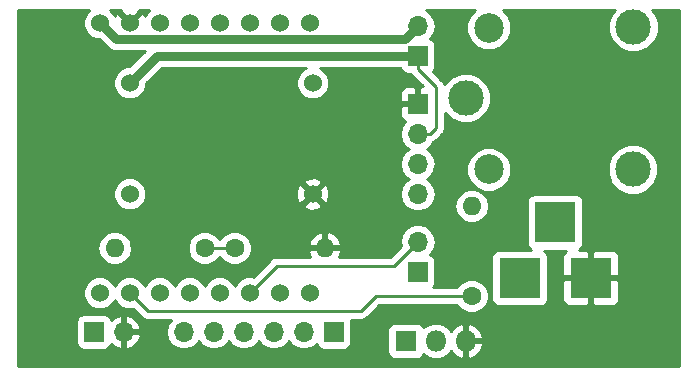
<source format=gbl>
G04 #@! TF.GenerationSoftware,KiCad,Pcbnew,6.0.0-rc1-unknown-r14177-12567c75*
G04 #@! TF.CreationDate,2018-10-23T17:48:22+02:00*
G04 #@! TF.ProjectId,pcbRadon,7063625261646F6E2E6B696361645F70,rev?*
G04 #@! TF.SameCoordinates,Original*
G04 #@! TF.FileFunction,Copper,L2,Bot,Signal*
G04 #@! TF.FilePolarity,Positive*
%FSLAX46Y46*%
G04 Gerber Fmt 4.6, Leading zero omitted, Abs format (unit mm)*
G04 Created by KiCad (PCBNEW 6.0.0-rc1-unknown-r14177-12567c75) date Tue 23 Oct 2018 17:48:22 CEST*
%MOMM*%
%LPD*%
G01*
G04 APERTURE LIST*
G04 #@! TA.AperFunction,ComponentPad*
%ADD10C,1.524000*%
G04 #@! TD*
G04 #@! TA.AperFunction,ComponentPad*
%ADD11R,1.700000X1.700000*%
G04 #@! TD*
G04 #@! TA.AperFunction,ComponentPad*
%ADD12O,1.700000X1.700000*%
G04 #@! TD*
G04 #@! TA.AperFunction,ComponentPad*
%ADD13R,3.500000X3.500000*%
G04 #@! TD*
G04 #@! TA.AperFunction,ComponentPad*
%ADD14C,2.500000*%
G04 #@! TD*
G04 #@! TA.AperFunction,ComponentPad*
%ADD15C,3.000000*%
G04 #@! TD*
G04 #@! TA.AperFunction,ComponentPad*
%ADD16R,1.800000X1.800000*%
G04 #@! TD*
G04 #@! TA.AperFunction,ComponentPad*
%ADD17O,1.800000X1.800000*%
G04 #@! TD*
G04 #@! TA.AperFunction,ComponentPad*
%ADD18C,1.600000*%
G04 #@! TD*
G04 #@! TA.AperFunction,ComponentPad*
%ADD19O,1.600000X1.600000*%
G04 #@! TD*
G04 #@! TA.AperFunction,Conductor*
%ADD20C,0.762000*%
G04 #@! TD*
G04 #@! TA.AperFunction,Conductor*
%ADD21C,0.250000*%
G04 #@! TD*
G04 #@! TA.AperFunction,Conductor*
%ADD22C,0.254000*%
G04 #@! TD*
G04 APERTURE END LIST*
D10*
G04 #@! TO.P,U1,7*
G04 #@! TO.N,Net-(U1-Pad7)*
X134620000Y-107950000D03*
G04 #@! TO.P,U1,6*
G04 #@! TO.N,Net-(R1-Pad1)*
X137160000Y-107950000D03*
G04 #@! TO.P,U1,5*
G04 #@! TO.N,Net-(J3-Pad6)*
X139700000Y-107950000D03*
G04 #@! TO.P,U1,4*
G04 #@! TO.N,Net-(R2-Pad1)*
X142240000Y-107950000D03*
G04 #@! TO.P,U1,3*
G04 #@! TO.N,Net-(J3-Pad5)*
X144780000Y-107950000D03*
G04 #@! TO.P,U1,2*
G04 #@! TO.N,Net-(JP1-Pad2)*
X147320000Y-107950000D03*
G04 #@! TO.P,U1,1*
G04 #@! TO.N,Net-(J3-Pad2)*
X149860000Y-107950000D03*
G04 #@! TO.P,U1,0*
G04 #@! TO.N,Net-(JP1-Pad1)*
X152400000Y-107950000D03*
G04 #@! TO.P,U1,15*
G04 #@! TO.N,Net-(U1-Pad15)*
X152400000Y-85090000D03*
G04 #@! TO.P,U1,14*
G04 #@! TO.N,Net-(U1-Pad14)*
X149860000Y-85090000D03*
G04 #@! TO.P,U1,13*
G04 #@! TO.N,Net-(J4-Pad3)*
X147320000Y-85090000D03*
G04 #@! TO.P,U1,12*
G04 #@! TO.N,Net-(J4-Pad4)*
X144780000Y-85090000D03*
G04 #@! TO.P,U1,11*
G04 #@! TO.N,Net-(J3-Pad3)*
X142240000Y-85090000D03*
G04 #@! TO.P,U1,10*
G04 #@! TO.N,Net-(J3-Pad4)*
X139700000Y-85090000D03*
G04 #@! TO.P,U1,9*
G04 #@! TO.N,GND*
X137160000Y-85090000D03*
G04 #@! TO.P,U1,8*
G04 #@! TO.N,Net-(JP2-Pad2)*
X134620000Y-85090000D03*
G04 #@! TD*
D11*
G04 #@! TO.P,J1,1*
G04 #@! TO.N,Net-(J1-Pad1)*
X134112000Y-111252000D03*
D12*
G04 #@! TO.P,J1,2*
G04 #@! TO.N,GND*
X136652000Y-111252000D03*
G04 #@! TD*
D13*
G04 #@! TO.P,J2,1*
G04 #@! TO.N,VDD*
X170180000Y-106680000D03*
G04 #@! TO.P,J2,2*
G04 #@! TO.N,GND*
X176180000Y-106680000D03*
G04 #@! TO.P,J2,3*
G04 #@! TO.N,Net-(J2-Pad3)*
X173180000Y-101980000D03*
G04 #@! TD*
D11*
G04 #@! TO.P,J3,1*
G04 #@! TO.N,Net-(J3-Pad1)*
X154432000Y-111252000D03*
D12*
G04 #@! TO.P,J3,2*
G04 #@! TO.N,Net-(J3-Pad2)*
X151892000Y-111252000D03*
G04 #@! TO.P,J3,3*
G04 #@! TO.N,Net-(J3-Pad3)*
X149352000Y-111252000D03*
G04 #@! TO.P,J3,4*
G04 #@! TO.N,Net-(J3-Pad4)*
X146812000Y-111252000D03*
G04 #@! TO.P,J3,5*
G04 #@! TO.N,Net-(J3-Pad5)*
X144272000Y-111252000D03*
G04 #@! TO.P,J3,6*
G04 #@! TO.N,Net-(J3-Pad6)*
X141732000Y-111252000D03*
G04 #@! TD*
D11*
G04 #@! TO.P,J4,1*
G04 #@! TO.N,GND*
X161544000Y-91948000D03*
D12*
G04 #@! TO.P,J4,2*
G04 #@! TO.N,VCC*
X161544000Y-94488000D03*
G04 #@! TO.P,J4,3*
G04 #@! TO.N,Net-(J4-Pad3)*
X161544000Y-97028000D03*
G04 #@! TO.P,J4,4*
G04 #@! TO.N,Net-(J4-Pad4)*
X161544000Y-99568000D03*
G04 #@! TD*
D11*
G04 #@! TO.P,JP1,1*
G04 #@! TO.N,Net-(JP1-Pad1)*
X161544000Y-106172000D03*
D12*
G04 #@! TO.P,JP1,2*
G04 #@! TO.N,Net-(JP1-Pad2)*
X161544000Y-103632000D03*
G04 #@! TD*
D11*
G04 #@! TO.P,JP2,1*
G04 #@! TO.N,VCC*
X161544000Y-87884000D03*
D12*
G04 #@! TO.P,JP2,2*
G04 #@! TO.N,Net-(JP2-Pad2)*
X161544000Y-85344000D03*
G04 #@! TD*
D14*
G04 #@! TO.P,K1,2*
G04 #@! TO.N,Net-(K1-Pad2)*
X167558000Y-97490000D03*
D15*
G04 #@! TO.P,K1,3*
G04 #@! TO.N,Net-(J1-Pad1)*
X179758000Y-97490000D03*
G04 #@! TO.P,K1,4*
G04 #@! TO.N,Net-(K1-Pad4)*
X179808000Y-85440000D03*
D14*
G04 #@! TO.P,K1,5*
G04 #@! TO.N,VCC*
X167558000Y-85490000D03*
D15*
G04 #@! TO.P,K1,1*
G04 #@! TO.N,VDD*
X165608000Y-91440000D03*
G04 #@! TD*
D16*
G04 #@! TO.P,Q1,1*
G04 #@! TO.N,Net-(Q1-Pad1)*
X160528000Y-112014000D03*
D17*
G04 #@! TO.P,Q1,2*
G04 #@! TO.N,Net-(K1-Pad2)*
X163068000Y-112014000D03*
G04 #@! TO.P,Q1,3*
G04 #@! TO.N,GND*
X165608000Y-112014000D03*
G04 #@! TD*
D18*
G04 #@! TO.P,R1,1*
G04 #@! TO.N,Net-(R1-Pad1)*
X166116000Y-108204000D03*
D19*
G04 #@! TO.P,R1,2*
G04 #@! TO.N,Net-(Q1-Pad1)*
X166116000Y-100584000D03*
G04 #@! TD*
D18*
G04 #@! TO.P,R2,1*
G04 #@! TO.N,Net-(R2-Pad1)*
X143510000Y-104140000D03*
D19*
G04 #@! TO.P,R2,2*
G04 #@! TO.N,Net-(J3-Pad1)*
X135890000Y-104140000D03*
G04 #@! TD*
D18*
G04 #@! TO.P,R3,1*
G04 #@! TO.N,Net-(R2-Pad1)*
X146050000Y-104140000D03*
D19*
G04 #@! TO.P,R3,2*
G04 #@! TO.N,GND*
X153670000Y-104140000D03*
G04 #@! TD*
D10*
G04 #@! TO.P,U2,1*
G04 #@! TO.N,VCC*
X137160000Y-90170000D03*
G04 #@! TO.P,U2,3*
G04 #@! TO.N,VDD*
X152654000Y-90170000D03*
G04 #@! TO.P,U2,2*
G04 #@! TO.N,Net-(U2-Pad2)*
X137160000Y-99570000D03*
G04 #@! TO.P,U2,4*
G04 #@! TO.N,GND*
X152654000Y-99570000D03*
G04 #@! TD*
D20*
G04 #@! TO.N,VCC*
X139446000Y-87884000D02*
X137160000Y-90170000D01*
X161544000Y-87884000D02*
X139446000Y-87884000D01*
D21*
X161544000Y-94488000D02*
X162560000Y-94488000D01*
X162560000Y-94488000D02*
X163068000Y-93980000D01*
X161544000Y-88984000D02*
X161544000Y-87884000D01*
X163068000Y-90508000D02*
X161544000Y-88984000D01*
X163068000Y-93980000D02*
X163068000Y-90508000D01*
G04 #@! TO.N,Net-(JP1-Pad2)*
X147320000Y-107950000D02*
X149606000Y-105664000D01*
X159512000Y-105664000D02*
X161544000Y-103632000D01*
X149606000Y-105664000D02*
X159512000Y-105664000D01*
D20*
G04 #@! TO.N,Net-(JP2-Pad2)*
X135381999Y-85851999D02*
X134620000Y-85090000D01*
X135963001Y-86433001D02*
X135381999Y-85851999D01*
X160454999Y-86433001D02*
X135963001Y-86433001D01*
X161544000Y-85344000D02*
X160454999Y-86433001D01*
D21*
G04 #@! TO.N,Net-(R1-Pad1)*
X138684000Y-109474000D02*
X156718000Y-109474000D01*
X137160000Y-107950000D02*
X138684000Y-109474000D01*
X156718000Y-109474000D02*
X157988000Y-108204000D01*
X157988000Y-108204000D02*
X166116000Y-108204000D01*
G04 #@! TO.N,Net-(R2-Pad1)*
X144641370Y-104140000D02*
X146050000Y-104140000D01*
X143510000Y-104140000D02*
X144641370Y-104140000D01*
G04 #@! TD*
D22*
G04 #@! TO.N,GND*
G36*
X133435680Y-84298663D02*
X133223000Y-84812119D01*
X133223000Y-85367881D01*
X133435680Y-85881337D01*
X133828663Y-86274320D01*
X134342119Y-86487000D01*
X134580159Y-86487000D01*
X134734334Y-86641175D01*
X134734337Y-86641177D01*
X135173821Y-87080661D01*
X135230506Y-87165496D01*
X135566578Y-87390052D01*
X135862936Y-87449001D01*
X135862937Y-87449001D01*
X135963001Y-87468905D01*
X136063064Y-87449001D01*
X138444159Y-87449001D01*
X137120160Y-88773000D01*
X136882119Y-88773000D01*
X136368663Y-88985680D01*
X135975680Y-89378663D01*
X135763000Y-89892119D01*
X135763000Y-90447881D01*
X135975680Y-90961337D01*
X136368663Y-91354320D01*
X136882119Y-91567000D01*
X137437881Y-91567000D01*
X137951337Y-91354320D01*
X138344320Y-90961337D01*
X138557000Y-90447881D01*
X138557000Y-90209840D01*
X139866840Y-88900000D01*
X152069513Y-88900000D01*
X151862663Y-88985680D01*
X151469680Y-89378663D01*
X151257000Y-89892119D01*
X151257000Y-90447881D01*
X151469680Y-90961337D01*
X151862663Y-91354320D01*
X152376119Y-91567000D01*
X152931881Y-91567000D01*
X153445337Y-91354320D01*
X153827967Y-90971690D01*
X160059000Y-90971690D01*
X160059000Y-91662250D01*
X160217750Y-91821000D01*
X161417000Y-91821000D01*
X161417000Y-90621750D01*
X161258250Y-90463000D01*
X160567691Y-90463000D01*
X160334302Y-90559673D01*
X160155673Y-90738301D01*
X160059000Y-90971690D01*
X153827967Y-90971690D01*
X153838320Y-90961337D01*
X154051000Y-90447881D01*
X154051000Y-89892119D01*
X153838320Y-89378663D01*
X153445337Y-88985680D01*
X153238487Y-88900000D01*
X160079579Y-88900000D01*
X160095843Y-88981765D01*
X160236191Y-89191809D01*
X160446235Y-89332157D01*
X160694000Y-89381440D01*
X160895518Y-89381440D01*
X160996071Y-89531929D01*
X161059530Y-89574331D01*
X161948198Y-90463000D01*
X161829750Y-90463000D01*
X161671000Y-90621750D01*
X161671000Y-91821000D01*
X161691000Y-91821000D01*
X161691000Y-92075000D01*
X161671000Y-92075000D01*
X161671000Y-92095000D01*
X161417000Y-92095000D01*
X161417000Y-92075000D01*
X160217750Y-92075000D01*
X160059000Y-92233750D01*
X160059000Y-92924310D01*
X160155673Y-93157699D01*
X160334302Y-93336327D01*
X160495033Y-93402904D01*
X160473375Y-93417375D01*
X160145161Y-93908582D01*
X160029908Y-94488000D01*
X160145161Y-95067418D01*
X160473375Y-95558625D01*
X160771761Y-95758000D01*
X160473375Y-95957375D01*
X160145161Y-96448582D01*
X160029908Y-97028000D01*
X160145161Y-97607418D01*
X160473375Y-98098625D01*
X160771761Y-98298000D01*
X160473375Y-98497375D01*
X160145161Y-98988582D01*
X160029908Y-99568000D01*
X160145161Y-100147418D01*
X160473375Y-100638625D01*
X160964582Y-100966839D01*
X161397744Y-101053000D01*
X161690256Y-101053000D01*
X162123418Y-100966839D01*
X162614625Y-100638625D01*
X162651124Y-100584000D01*
X164652887Y-100584000D01*
X164764260Y-101143909D01*
X165081423Y-101618577D01*
X165556091Y-101935740D01*
X165974667Y-102019000D01*
X166257333Y-102019000D01*
X166675909Y-101935740D01*
X167150577Y-101618577D01*
X167467740Y-101143909D01*
X167579113Y-100584000D01*
X167467740Y-100024091D01*
X167150577Y-99549423D01*
X166675909Y-99232260D01*
X166257333Y-99149000D01*
X165974667Y-99149000D01*
X165556091Y-99232260D01*
X165081423Y-99549423D01*
X164764260Y-100024091D01*
X164652887Y-100584000D01*
X162651124Y-100584000D01*
X162942839Y-100147418D01*
X163058092Y-99568000D01*
X162942839Y-98988582D01*
X162614625Y-98497375D01*
X162316239Y-98298000D01*
X162614625Y-98098625D01*
X162942839Y-97607418D01*
X163040776Y-97115050D01*
X165673000Y-97115050D01*
X165673000Y-97864950D01*
X165959974Y-98557767D01*
X166490233Y-99088026D01*
X167183050Y-99375000D01*
X167932950Y-99375000D01*
X168625767Y-99088026D01*
X169156026Y-98557767D01*
X169443000Y-97864950D01*
X169443000Y-97115050D01*
X169422403Y-97065322D01*
X177623000Y-97065322D01*
X177623000Y-97914678D01*
X177948034Y-98699380D01*
X178548620Y-99299966D01*
X179333322Y-99625000D01*
X180182678Y-99625000D01*
X180967380Y-99299966D01*
X181567966Y-98699380D01*
X181893000Y-97914678D01*
X181893000Y-97065322D01*
X181567966Y-96280620D01*
X180967380Y-95680034D01*
X180182678Y-95355000D01*
X179333322Y-95355000D01*
X178548620Y-95680034D01*
X177948034Y-96280620D01*
X177623000Y-97065322D01*
X169422403Y-97065322D01*
X169156026Y-96422233D01*
X168625767Y-95891974D01*
X167932950Y-95605000D01*
X167183050Y-95605000D01*
X166490233Y-95891974D01*
X165959974Y-96422233D01*
X165673000Y-97115050D01*
X163040776Y-97115050D01*
X163058092Y-97028000D01*
X162942839Y-96448582D01*
X162614625Y-95957375D01*
X162316239Y-95758000D01*
X162614625Y-95558625D01*
X162850892Y-95205027D01*
X162856537Y-95203904D01*
X163107929Y-95035929D01*
X163150330Y-94972471D01*
X163552475Y-94570327D01*
X163615929Y-94527929D01*
X163658327Y-94464476D01*
X163658329Y-94464474D01*
X163783903Y-94276538D01*
X163783904Y-94276537D01*
X163828000Y-94054852D01*
X163828000Y-94054848D01*
X163842888Y-93980001D01*
X163828000Y-93905154D01*
X163828000Y-92679346D01*
X164398620Y-93249966D01*
X165183322Y-93575000D01*
X166032678Y-93575000D01*
X166817380Y-93249966D01*
X167417966Y-92649380D01*
X167743000Y-91864678D01*
X167743000Y-91015322D01*
X167417966Y-90230620D01*
X166817380Y-89630034D01*
X166032678Y-89305000D01*
X165183322Y-89305000D01*
X164398620Y-89630034D01*
X163798034Y-90230620D01*
X163791062Y-90247451D01*
X163783904Y-90211463D01*
X163742102Y-90148902D01*
X163658329Y-90023526D01*
X163658327Y-90023524D01*
X163615929Y-89960071D01*
X163552476Y-89917673D01*
X162836704Y-89201902D01*
X162851809Y-89191809D01*
X162992157Y-88981765D01*
X163041440Y-88734000D01*
X163041440Y-87034000D01*
X162992157Y-86786235D01*
X162851809Y-86576191D01*
X162641765Y-86435843D01*
X162596381Y-86426816D01*
X162614625Y-86414625D01*
X162942839Y-85923418D01*
X163058092Y-85344000D01*
X162942839Y-84764582D01*
X162614625Y-84273375D01*
X162238416Y-84022000D01*
X166360207Y-84022000D01*
X165959974Y-84422233D01*
X165673000Y-85115050D01*
X165673000Y-85864950D01*
X165959974Y-86557767D01*
X166490233Y-87088026D01*
X167183050Y-87375000D01*
X167932950Y-87375000D01*
X168625767Y-87088026D01*
X169156026Y-86557767D01*
X169443000Y-85864950D01*
X169443000Y-85115050D01*
X169156026Y-84422233D01*
X168755793Y-84022000D01*
X178206654Y-84022000D01*
X177998034Y-84230620D01*
X177673000Y-85015322D01*
X177673000Y-85864678D01*
X177998034Y-86649380D01*
X178598620Y-87249966D01*
X179383322Y-87575000D01*
X180232678Y-87575000D01*
X181017380Y-87249966D01*
X181617966Y-86649380D01*
X181943000Y-85864678D01*
X181943000Y-85015322D01*
X181617966Y-84230620D01*
X181409346Y-84022000D01*
X183694001Y-84022000D01*
X183694000Y-114098000D01*
X127710000Y-114098000D01*
X127710000Y-110402000D01*
X132614560Y-110402000D01*
X132614560Y-112102000D01*
X132663843Y-112349765D01*
X132804191Y-112559809D01*
X133014235Y-112700157D01*
X133262000Y-112749440D01*
X134962000Y-112749440D01*
X135209765Y-112700157D01*
X135419809Y-112559809D01*
X135560157Y-112349765D01*
X135580739Y-112246292D01*
X135885076Y-112523645D01*
X136295110Y-112693476D01*
X136525000Y-112572155D01*
X136525000Y-111379000D01*
X136779000Y-111379000D01*
X136779000Y-112572155D01*
X137008890Y-112693476D01*
X137418924Y-112523645D01*
X137847183Y-112133358D01*
X138093486Y-111608892D01*
X137972819Y-111379000D01*
X136779000Y-111379000D01*
X136525000Y-111379000D01*
X136505000Y-111379000D01*
X136505000Y-111125000D01*
X136525000Y-111125000D01*
X136525000Y-109931845D01*
X136779000Y-109931845D01*
X136779000Y-111125000D01*
X137972819Y-111125000D01*
X138093486Y-110895108D01*
X137847183Y-110370642D01*
X137418924Y-109980355D01*
X137008890Y-109810524D01*
X136779000Y-109931845D01*
X136525000Y-109931845D01*
X136295110Y-109810524D01*
X135885076Y-109980355D01*
X135580739Y-110257708D01*
X135560157Y-110154235D01*
X135419809Y-109944191D01*
X135209765Y-109803843D01*
X134962000Y-109754560D01*
X133262000Y-109754560D01*
X133014235Y-109803843D01*
X132804191Y-109944191D01*
X132663843Y-110154235D01*
X132614560Y-110402000D01*
X127710000Y-110402000D01*
X127710000Y-107672119D01*
X133223000Y-107672119D01*
X133223000Y-108227881D01*
X133435680Y-108741337D01*
X133828663Y-109134320D01*
X134342119Y-109347000D01*
X134897881Y-109347000D01*
X135411337Y-109134320D01*
X135804320Y-108741337D01*
X135890000Y-108534487D01*
X135975680Y-108741337D01*
X136368663Y-109134320D01*
X136882119Y-109347000D01*
X137437881Y-109347000D01*
X137469218Y-109334020D01*
X138093673Y-109958476D01*
X138136071Y-110021929D01*
X138199524Y-110064327D01*
X138199526Y-110064329D01*
X138324902Y-110148102D01*
X138387463Y-110189904D01*
X138609148Y-110234000D01*
X138609152Y-110234000D01*
X138683999Y-110248888D01*
X138758846Y-110234000D01*
X140626212Y-110234000D01*
X140333161Y-110672582D01*
X140217908Y-111252000D01*
X140333161Y-111831418D01*
X140661375Y-112322625D01*
X141152582Y-112650839D01*
X141585744Y-112737000D01*
X141878256Y-112737000D01*
X142311418Y-112650839D01*
X142802625Y-112322625D01*
X143002000Y-112024239D01*
X143201375Y-112322625D01*
X143692582Y-112650839D01*
X144125744Y-112737000D01*
X144418256Y-112737000D01*
X144851418Y-112650839D01*
X145342625Y-112322625D01*
X145542000Y-112024239D01*
X145741375Y-112322625D01*
X146232582Y-112650839D01*
X146665744Y-112737000D01*
X146958256Y-112737000D01*
X147391418Y-112650839D01*
X147882625Y-112322625D01*
X148082000Y-112024239D01*
X148281375Y-112322625D01*
X148772582Y-112650839D01*
X149205744Y-112737000D01*
X149498256Y-112737000D01*
X149931418Y-112650839D01*
X150422625Y-112322625D01*
X150622000Y-112024239D01*
X150821375Y-112322625D01*
X151312582Y-112650839D01*
X151745744Y-112737000D01*
X152038256Y-112737000D01*
X152471418Y-112650839D01*
X152962625Y-112322625D01*
X152974816Y-112304381D01*
X152983843Y-112349765D01*
X153124191Y-112559809D01*
X153334235Y-112700157D01*
X153582000Y-112749440D01*
X155282000Y-112749440D01*
X155529765Y-112700157D01*
X155739809Y-112559809D01*
X155880157Y-112349765D01*
X155929440Y-112102000D01*
X155929440Y-111114000D01*
X158980560Y-111114000D01*
X158980560Y-112914000D01*
X159029843Y-113161765D01*
X159170191Y-113371809D01*
X159380235Y-113512157D01*
X159628000Y-113561440D01*
X161428000Y-113561440D01*
X161675765Y-113512157D01*
X161885809Y-113371809D01*
X162025129Y-113163304D01*
X162469073Y-113459938D01*
X162916818Y-113549000D01*
X163219182Y-113549000D01*
X163666927Y-113459938D01*
X164174673Y-113120673D01*
X164345624Y-112864826D01*
X164700424Y-113251966D01*
X165243258Y-113505046D01*
X165481000Y-113384997D01*
X165481000Y-112141000D01*
X165735000Y-112141000D01*
X165735000Y-113384997D01*
X165972742Y-113505046D01*
X166515576Y-113251966D01*
X166920240Y-112810417D01*
X167099036Y-112378740D01*
X166978378Y-112141000D01*
X165735000Y-112141000D01*
X165481000Y-112141000D01*
X165461000Y-112141000D01*
X165461000Y-111887000D01*
X165481000Y-111887000D01*
X165481000Y-110643003D01*
X165735000Y-110643003D01*
X165735000Y-111887000D01*
X166978378Y-111887000D01*
X167099036Y-111649260D01*
X166920240Y-111217583D01*
X166515576Y-110776034D01*
X165972742Y-110522954D01*
X165735000Y-110643003D01*
X165481000Y-110643003D01*
X165243258Y-110522954D01*
X164700424Y-110776034D01*
X164345624Y-111163174D01*
X164174673Y-110907327D01*
X163666927Y-110568062D01*
X163219182Y-110479000D01*
X162916818Y-110479000D01*
X162469073Y-110568062D01*
X162025129Y-110864696D01*
X161885809Y-110656191D01*
X161675765Y-110515843D01*
X161428000Y-110466560D01*
X159628000Y-110466560D01*
X159380235Y-110515843D01*
X159170191Y-110656191D01*
X159029843Y-110866235D01*
X158980560Y-111114000D01*
X155929440Y-111114000D01*
X155929440Y-110402000D01*
X155896023Y-110234000D01*
X156643153Y-110234000D01*
X156718000Y-110248888D01*
X156792847Y-110234000D01*
X156792852Y-110234000D01*
X157014537Y-110189904D01*
X157265929Y-110021929D01*
X157308331Y-109958470D01*
X158302802Y-108964000D01*
X164877570Y-108964000D01*
X164899466Y-109016862D01*
X165303138Y-109420534D01*
X165830561Y-109639000D01*
X166401439Y-109639000D01*
X166928862Y-109420534D01*
X167332534Y-109016862D01*
X167551000Y-108489439D01*
X167551000Y-107918561D01*
X167332534Y-107391138D01*
X166928862Y-106987466D01*
X166401439Y-106769000D01*
X165830561Y-106769000D01*
X165303138Y-106987466D01*
X164899466Y-107391138D01*
X164877570Y-107444000D01*
X162875736Y-107444000D01*
X162992157Y-107269765D01*
X163041440Y-107022000D01*
X163041440Y-105322000D01*
X162992157Y-105074235D01*
X162895782Y-104930000D01*
X167782560Y-104930000D01*
X167782560Y-108430000D01*
X167831843Y-108677765D01*
X167972191Y-108887809D01*
X168182235Y-109028157D01*
X168430000Y-109077440D01*
X171930000Y-109077440D01*
X172177765Y-109028157D01*
X172387809Y-108887809D01*
X172528157Y-108677765D01*
X172577440Y-108430000D01*
X172577440Y-106965750D01*
X173795000Y-106965750D01*
X173795000Y-108556310D01*
X173891673Y-108789699D01*
X174070302Y-108968327D01*
X174303691Y-109065000D01*
X175894250Y-109065000D01*
X176053000Y-108906250D01*
X176053000Y-106807000D01*
X176307000Y-106807000D01*
X176307000Y-108906250D01*
X176465750Y-109065000D01*
X178056309Y-109065000D01*
X178289698Y-108968327D01*
X178468327Y-108789699D01*
X178565000Y-108556310D01*
X178565000Y-106965750D01*
X178406250Y-106807000D01*
X176307000Y-106807000D01*
X176053000Y-106807000D01*
X173953750Y-106807000D01*
X173795000Y-106965750D01*
X172577440Y-106965750D01*
X172577440Y-104930000D01*
X172528157Y-104682235D01*
X172387809Y-104472191D01*
X172246005Y-104377440D01*
X174104663Y-104377440D01*
X174070302Y-104391673D01*
X173891673Y-104570301D01*
X173795000Y-104803690D01*
X173795000Y-106394250D01*
X173953750Y-106553000D01*
X176053000Y-106553000D01*
X176053000Y-104453750D01*
X176307000Y-104453750D01*
X176307000Y-106553000D01*
X178406250Y-106553000D01*
X178565000Y-106394250D01*
X178565000Y-104803690D01*
X178468327Y-104570301D01*
X178289698Y-104391673D01*
X178056309Y-104295000D01*
X176465750Y-104295000D01*
X176307000Y-104453750D01*
X176053000Y-104453750D01*
X175894250Y-104295000D01*
X175227388Y-104295000D01*
X175387809Y-104187809D01*
X175528157Y-103977765D01*
X175577440Y-103730000D01*
X175577440Y-100230000D01*
X175528157Y-99982235D01*
X175387809Y-99772191D01*
X175177765Y-99631843D01*
X174930000Y-99582560D01*
X171430000Y-99582560D01*
X171182235Y-99631843D01*
X170972191Y-99772191D01*
X170831843Y-99982235D01*
X170782560Y-100230000D01*
X170782560Y-103730000D01*
X170831843Y-103977765D01*
X170972191Y-104187809D01*
X171113995Y-104282560D01*
X168430000Y-104282560D01*
X168182235Y-104331843D01*
X167972191Y-104472191D01*
X167831843Y-104682235D01*
X167782560Y-104930000D01*
X162895782Y-104930000D01*
X162851809Y-104864191D01*
X162641765Y-104723843D01*
X162596381Y-104714816D01*
X162614625Y-104702625D01*
X162942839Y-104211418D01*
X163058092Y-103632000D01*
X162942839Y-103052582D01*
X162614625Y-102561375D01*
X162123418Y-102233161D01*
X161690256Y-102147000D01*
X161397744Y-102147000D01*
X160964582Y-102233161D01*
X160473375Y-102561375D01*
X160145161Y-103052582D01*
X160029908Y-103632000D01*
X160102791Y-103998408D01*
X159197199Y-104904000D01*
X154876966Y-104904000D01*
X154901041Y-104877423D01*
X155061904Y-104489039D01*
X154939915Y-104267000D01*
X153797000Y-104267000D01*
X153797000Y-104287000D01*
X153543000Y-104287000D01*
X153543000Y-104267000D01*
X152400085Y-104267000D01*
X152278096Y-104489039D01*
X152438959Y-104877423D01*
X152463034Y-104904000D01*
X149680846Y-104904000D01*
X149605999Y-104889112D01*
X149531152Y-104904000D01*
X149531148Y-104904000D01*
X149309463Y-104948096D01*
X149058071Y-105116071D01*
X149015671Y-105179527D01*
X147629218Y-106565980D01*
X147597881Y-106553000D01*
X147042119Y-106553000D01*
X146528663Y-106765680D01*
X146135680Y-107158663D01*
X146050000Y-107365513D01*
X145964320Y-107158663D01*
X145571337Y-106765680D01*
X145057881Y-106553000D01*
X144502119Y-106553000D01*
X143988663Y-106765680D01*
X143595680Y-107158663D01*
X143510000Y-107365513D01*
X143424320Y-107158663D01*
X143031337Y-106765680D01*
X142517881Y-106553000D01*
X141962119Y-106553000D01*
X141448663Y-106765680D01*
X141055680Y-107158663D01*
X140970000Y-107365513D01*
X140884320Y-107158663D01*
X140491337Y-106765680D01*
X139977881Y-106553000D01*
X139422119Y-106553000D01*
X138908663Y-106765680D01*
X138515680Y-107158663D01*
X138430000Y-107365513D01*
X138344320Y-107158663D01*
X137951337Y-106765680D01*
X137437881Y-106553000D01*
X136882119Y-106553000D01*
X136368663Y-106765680D01*
X135975680Y-107158663D01*
X135890000Y-107365513D01*
X135804320Y-107158663D01*
X135411337Y-106765680D01*
X134897881Y-106553000D01*
X134342119Y-106553000D01*
X133828663Y-106765680D01*
X133435680Y-107158663D01*
X133223000Y-107672119D01*
X127710000Y-107672119D01*
X127710000Y-104140000D01*
X134426887Y-104140000D01*
X134538260Y-104699909D01*
X134855423Y-105174577D01*
X135330091Y-105491740D01*
X135748667Y-105575000D01*
X136031333Y-105575000D01*
X136449909Y-105491740D01*
X136924577Y-105174577D01*
X137241740Y-104699909D01*
X137353113Y-104140000D01*
X137296336Y-103854561D01*
X142075000Y-103854561D01*
X142075000Y-104425439D01*
X142293466Y-104952862D01*
X142697138Y-105356534D01*
X143224561Y-105575000D01*
X143795439Y-105575000D01*
X144322862Y-105356534D01*
X144726534Y-104952862D01*
X144748430Y-104900000D01*
X144811570Y-104900000D01*
X144833466Y-104952862D01*
X145237138Y-105356534D01*
X145764561Y-105575000D01*
X146335439Y-105575000D01*
X146862862Y-105356534D01*
X147266534Y-104952862D01*
X147485000Y-104425439D01*
X147485000Y-103854561D01*
X147458656Y-103790961D01*
X152278096Y-103790961D01*
X152400085Y-104013000D01*
X153543000Y-104013000D01*
X153543000Y-102869371D01*
X153797000Y-102869371D01*
X153797000Y-104013000D01*
X154939915Y-104013000D01*
X155061904Y-103790961D01*
X154901041Y-103402577D01*
X154525134Y-102987611D01*
X154019041Y-102748086D01*
X153797000Y-102869371D01*
X153543000Y-102869371D01*
X153320959Y-102748086D01*
X152814866Y-102987611D01*
X152438959Y-103402577D01*
X152278096Y-103790961D01*
X147458656Y-103790961D01*
X147266534Y-103327138D01*
X146862862Y-102923466D01*
X146335439Y-102705000D01*
X145764561Y-102705000D01*
X145237138Y-102923466D01*
X144833466Y-103327138D01*
X144811570Y-103380000D01*
X144748430Y-103380000D01*
X144726534Y-103327138D01*
X144322862Y-102923466D01*
X143795439Y-102705000D01*
X143224561Y-102705000D01*
X142697138Y-102923466D01*
X142293466Y-103327138D01*
X142075000Y-103854561D01*
X137296336Y-103854561D01*
X137241740Y-103580091D01*
X136924577Y-103105423D01*
X136449909Y-102788260D01*
X136031333Y-102705000D01*
X135748667Y-102705000D01*
X135330091Y-102788260D01*
X134855423Y-103105423D01*
X134538260Y-103580091D01*
X134426887Y-104140000D01*
X127710000Y-104140000D01*
X127710000Y-99292119D01*
X135763000Y-99292119D01*
X135763000Y-99847881D01*
X135975680Y-100361337D01*
X136368663Y-100754320D01*
X136882119Y-100967000D01*
X137437881Y-100967000D01*
X137951337Y-100754320D01*
X138155444Y-100550213D01*
X151853392Y-100550213D01*
X151922857Y-100792397D01*
X152446302Y-100979144D01*
X153001368Y-100951362D01*
X153385143Y-100792397D01*
X153454608Y-100550213D01*
X152654000Y-99749605D01*
X151853392Y-100550213D01*
X138155444Y-100550213D01*
X138344320Y-100361337D01*
X138557000Y-99847881D01*
X138557000Y-99362302D01*
X151244856Y-99362302D01*
X151272638Y-99917368D01*
X151431603Y-100301143D01*
X151673787Y-100370608D01*
X152474395Y-99570000D01*
X152833605Y-99570000D01*
X153634213Y-100370608D01*
X153876397Y-100301143D01*
X154063144Y-99777698D01*
X154035362Y-99222632D01*
X153876397Y-98838857D01*
X153634213Y-98769392D01*
X152833605Y-99570000D01*
X152474395Y-99570000D01*
X151673787Y-98769392D01*
X151431603Y-98838857D01*
X151244856Y-99362302D01*
X138557000Y-99362302D01*
X138557000Y-99292119D01*
X138344320Y-98778663D01*
X138155444Y-98589787D01*
X151853392Y-98589787D01*
X152654000Y-99390395D01*
X153454608Y-98589787D01*
X153385143Y-98347603D01*
X152861698Y-98160856D01*
X152306632Y-98188638D01*
X151922857Y-98347603D01*
X151853392Y-98589787D01*
X138155444Y-98589787D01*
X137951337Y-98385680D01*
X137437881Y-98173000D01*
X136882119Y-98173000D01*
X136368663Y-98385680D01*
X135975680Y-98778663D01*
X135763000Y-99292119D01*
X127710000Y-99292119D01*
X127710000Y-84022000D01*
X133712343Y-84022000D01*
X133435680Y-84298663D01*
X133435680Y-84298663D01*
G37*
X133435680Y-84298663D02*
X133223000Y-84812119D01*
X133223000Y-85367881D01*
X133435680Y-85881337D01*
X133828663Y-86274320D01*
X134342119Y-86487000D01*
X134580159Y-86487000D01*
X134734334Y-86641175D01*
X134734337Y-86641177D01*
X135173821Y-87080661D01*
X135230506Y-87165496D01*
X135566578Y-87390052D01*
X135862936Y-87449001D01*
X135862937Y-87449001D01*
X135963001Y-87468905D01*
X136063064Y-87449001D01*
X138444159Y-87449001D01*
X137120160Y-88773000D01*
X136882119Y-88773000D01*
X136368663Y-88985680D01*
X135975680Y-89378663D01*
X135763000Y-89892119D01*
X135763000Y-90447881D01*
X135975680Y-90961337D01*
X136368663Y-91354320D01*
X136882119Y-91567000D01*
X137437881Y-91567000D01*
X137951337Y-91354320D01*
X138344320Y-90961337D01*
X138557000Y-90447881D01*
X138557000Y-90209840D01*
X139866840Y-88900000D01*
X152069513Y-88900000D01*
X151862663Y-88985680D01*
X151469680Y-89378663D01*
X151257000Y-89892119D01*
X151257000Y-90447881D01*
X151469680Y-90961337D01*
X151862663Y-91354320D01*
X152376119Y-91567000D01*
X152931881Y-91567000D01*
X153445337Y-91354320D01*
X153827967Y-90971690D01*
X160059000Y-90971690D01*
X160059000Y-91662250D01*
X160217750Y-91821000D01*
X161417000Y-91821000D01*
X161417000Y-90621750D01*
X161258250Y-90463000D01*
X160567691Y-90463000D01*
X160334302Y-90559673D01*
X160155673Y-90738301D01*
X160059000Y-90971690D01*
X153827967Y-90971690D01*
X153838320Y-90961337D01*
X154051000Y-90447881D01*
X154051000Y-89892119D01*
X153838320Y-89378663D01*
X153445337Y-88985680D01*
X153238487Y-88900000D01*
X160079579Y-88900000D01*
X160095843Y-88981765D01*
X160236191Y-89191809D01*
X160446235Y-89332157D01*
X160694000Y-89381440D01*
X160895518Y-89381440D01*
X160996071Y-89531929D01*
X161059530Y-89574331D01*
X161948198Y-90463000D01*
X161829750Y-90463000D01*
X161671000Y-90621750D01*
X161671000Y-91821000D01*
X161691000Y-91821000D01*
X161691000Y-92075000D01*
X161671000Y-92075000D01*
X161671000Y-92095000D01*
X161417000Y-92095000D01*
X161417000Y-92075000D01*
X160217750Y-92075000D01*
X160059000Y-92233750D01*
X160059000Y-92924310D01*
X160155673Y-93157699D01*
X160334302Y-93336327D01*
X160495033Y-93402904D01*
X160473375Y-93417375D01*
X160145161Y-93908582D01*
X160029908Y-94488000D01*
X160145161Y-95067418D01*
X160473375Y-95558625D01*
X160771761Y-95758000D01*
X160473375Y-95957375D01*
X160145161Y-96448582D01*
X160029908Y-97028000D01*
X160145161Y-97607418D01*
X160473375Y-98098625D01*
X160771761Y-98298000D01*
X160473375Y-98497375D01*
X160145161Y-98988582D01*
X160029908Y-99568000D01*
X160145161Y-100147418D01*
X160473375Y-100638625D01*
X160964582Y-100966839D01*
X161397744Y-101053000D01*
X161690256Y-101053000D01*
X162123418Y-100966839D01*
X162614625Y-100638625D01*
X162651124Y-100584000D01*
X164652887Y-100584000D01*
X164764260Y-101143909D01*
X165081423Y-101618577D01*
X165556091Y-101935740D01*
X165974667Y-102019000D01*
X166257333Y-102019000D01*
X166675909Y-101935740D01*
X167150577Y-101618577D01*
X167467740Y-101143909D01*
X167579113Y-100584000D01*
X167467740Y-100024091D01*
X167150577Y-99549423D01*
X166675909Y-99232260D01*
X166257333Y-99149000D01*
X165974667Y-99149000D01*
X165556091Y-99232260D01*
X165081423Y-99549423D01*
X164764260Y-100024091D01*
X164652887Y-100584000D01*
X162651124Y-100584000D01*
X162942839Y-100147418D01*
X163058092Y-99568000D01*
X162942839Y-98988582D01*
X162614625Y-98497375D01*
X162316239Y-98298000D01*
X162614625Y-98098625D01*
X162942839Y-97607418D01*
X163040776Y-97115050D01*
X165673000Y-97115050D01*
X165673000Y-97864950D01*
X165959974Y-98557767D01*
X166490233Y-99088026D01*
X167183050Y-99375000D01*
X167932950Y-99375000D01*
X168625767Y-99088026D01*
X169156026Y-98557767D01*
X169443000Y-97864950D01*
X169443000Y-97115050D01*
X169422403Y-97065322D01*
X177623000Y-97065322D01*
X177623000Y-97914678D01*
X177948034Y-98699380D01*
X178548620Y-99299966D01*
X179333322Y-99625000D01*
X180182678Y-99625000D01*
X180967380Y-99299966D01*
X181567966Y-98699380D01*
X181893000Y-97914678D01*
X181893000Y-97065322D01*
X181567966Y-96280620D01*
X180967380Y-95680034D01*
X180182678Y-95355000D01*
X179333322Y-95355000D01*
X178548620Y-95680034D01*
X177948034Y-96280620D01*
X177623000Y-97065322D01*
X169422403Y-97065322D01*
X169156026Y-96422233D01*
X168625767Y-95891974D01*
X167932950Y-95605000D01*
X167183050Y-95605000D01*
X166490233Y-95891974D01*
X165959974Y-96422233D01*
X165673000Y-97115050D01*
X163040776Y-97115050D01*
X163058092Y-97028000D01*
X162942839Y-96448582D01*
X162614625Y-95957375D01*
X162316239Y-95758000D01*
X162614625Y-95558625D01*
X162850892Y-95205027D01*
X162856537Y-95203904D01*
X163107929Y-95035929D01*
X163150330Y-94972471D01*
X163552475Y-94570327D01*
X163615929Y-94527929D01*
X163658327Y-94464476D01*
X163658329Y-94464474D01*
X163783903Y-94276538D01*
X163783904Y-94276537D01*
X163828000Y-94054852D01*
X163828000Y-94054848D01*
X163842888Y-93980001D01*
X163828000Y-93905154D01*
X163828000Y-92679346D01*
X164398620Y-93249966D01*
X165183322Y-93575000D01*
X166032678Y-93575000D01*
X166817380Y-93249966D01*
X167417966Y-92649380D01*
X167743000Y-91864678D01*
X167743000Y-91015322D01*
X167417966Y-90230620D01*
X166817380Y-89630034D01*
X166032678Y-89305000D01*
X165183322Y-89305000D01*
X164398620Y-89630034D01*
X163798034Y-90230620D01*
X163791062Y-90247451D01*
X163783904Y-90211463D01*
X163742102Y-90148902D01*
X163658329Y-90023526D01*
X163658327Y-90023524D01*
X163615929Y-89960071D01*
X163552476Y-89917673D01*
X162836704Y-89201902D01*
X162851809Y-89191809D01*
X162992157Y-88981765D01*
X163041440Y-88734000D01*
X163041440Y-87034000D01*
X162992157Y-86786235D01*
X162851809Y-86576191D01*
X162641765Y-86435843D01*
X162596381Y-86426816D01*
X162614625Y-86414625D01*
X162942839Y-85923418D01*
X163058092Y-85344000D01*
X162942839Y-84764582D01*
X162614625Y-84273375D01*
X162238416Y-84022000D01*
X166360207Y-84022000D01*
X165959974Y-84422233D01*
X165673000Y-85115050D01*
X165673000Y-85864950D01*
X165959974Y-86557767D01*
X166490233Y-87088026D01*
X167183050Y-87375000D01*
X167932950Y-87375000D01*
X168625767Y-87088026D01*
X169156026Y-86557767D01*
X169443000Y-85864950D01*
X169443000Y-85115050D01*
X169156026Y-84422233D01*
X168755793Y-84022000D01*
X178206654Y-84022000D01*
X177998034Y-84230620D01*
X177673000Y-85015322D01*
X177673000Y-85864678D01*
X177998034Y-86649380D01*
X178598620Y-87249966D01*
X179383322Y-87575000D01*
X180232678Y-87575000D01*
X181017380Y-87249966D01*
X181617966Y-86649380D01*
X181943000Y-85864678D01*
X181943000Y-85015322D01*
X181617966Y-84230620D01*
X181409346Y-84022000D01*
X183694001Y-84022000D01*
X183694000Y-114098000D01*
X127710000Y-114098000D01*
X127710000Y-110402000D01*
X132614560Y-110402000D01*
X132614560Y-112102000D01*
X132663843Y-112349765D01*
X132804191Y-112559809D01*
X133014235Y-112700157D01*
X133262000Y-112749440D01*
X134962000Y-112749440D01*
X135209765Y-112700157D01*
X135419809Y-112559809D01*
X135560157Y-112349765D01*
X135580739Y-112246292D01*
X135885076Y-112523645D01*
X136295110Y-112693476D01*
X136525000Y-112572155D01*
X136525000Y-111379000D01*
X136779000Y-111379000D01*
X136779000Y-112572155D01*
X137008890Y-112693476D01*
X137418924Y-112523645D01*
X137847183Y-112133358D01*
X138093486Y-111608892D01*
X137972819Y-111379000D01*
X136779000Y-111379000D01*
X136525000Y-111379000D01*
X136505000Y-111379000D01*
X136505000Y-111125000D01*
X136525000Y-111125000D01*
X136525000Y-109931845D01*
X136779000Y-109931845D01*
X136779000Y-111125000D01*
X137972819Y-111125000D01*
X138093486Y-110895108D01*
X137847183Y-110370642D01*
X137418924Y-109980355D01*
X137008890Y-109810524D01*
X136779000Y-109931845D01*
X136525000Y-109931845D01*
X136295110Y-109810524D01*
X135885076Y-109980355D01*
X135580739Y-110257708D01*
X135560157Y-110154235D01*
X135419809Y-109944191D01*
X135209765Y-109803843D01*
X134962000Y-109754560D01*
X133262000Y-109754560D01*
X133014235Y-109803843D01*
X132804191Y-109944191D01*
X132663843Y-110154235D01*
X132614560Y-110402000D01*
X127710000Y-110402000D01*
X127710000Y-107672119D01*
X133223000Y-107672119D01*
X133223000Y-108227881D01*
X133435680Y-108741337D01*
X133828663Y-109134320D01*
X134342119Y-109347000D01*
X134897881Y-109347000D01*
X135411337Y-109134320D01*
X135804320Y-108741337D01*
X135890000Y-108534487D01*
X135975680Y-108741337D01*
X136368663Y-109134320D01*
X136882119Y-109347000D01*
X137437881Y-109347000D01*
X137469218Y-109334020D01*
X138093673Y-109958476D01*
X138136071Y-110021929D01*
X138199524Y-110064327D01*
X138199526Y-110064329D01*
X138324902Y-110148102D01*
X138387463Y-110189904D01*
X138609148Y-110234000D01*
X138609152Y-110234000D01*
X138683999Y-110248888D01*
X138758846Y-110234000D01*
X140626212Y-110234000D01*
X140333161Y-110672582D01*
X140217908Y-111252000D01*
X140333161Y-111831418D01*
X140661375Y-112322625D01*
X141152582Y-112650839D01*
X141585744Y-112737000D01*
X141878256Y-112737000D01*
X142311418Y-112650839D01*
X142802625Y-112322625D01*
X143002000Y-112024239D01*
X143201375Y-112322625D01*
X143692582Y-112650839D01*
X144125744Y-112737000D01*
X144418256Y-112737000D01*
X144851418Y-112650839D01*
X145342625Y-112322625D01*
X145542000Y-112024239D01*
X145741375Y-112322625D01*
X146232582Y-112650839D01*
X146665744Y-112737000D01*
X146958256Y-112737000D01*
X147391418Y-112650839D01*
X147882625Y-112322625D01*
X148082000Y-112024239D01*
X148281375Y-112322625D01*
X148772582Y-112650839D01*
X149205744Y-112737000D01*
X149498256Y-112737000D01*
X149931418Y-112650839D01*
X150422625Y-112322625D01*
X150622000Y-112024239D01*
X150821375Y-112322625D01*
X151312582Y-112650839D01*
X151745744Y-112737000D01*
X152038256Y-112737000D01*
X152471418Y-112650839D01*
X152962625Y-112322625D01*
X152974816Y-112304381D01*
X152983843Y-112349765D01*
X153124191Y-112559809D01*
X153334235Y-112700157D01*
X153582000Y-112749440D01*
X155282000Y-112749440D01*
X155529765Y-112700157D01*
X155739809Y-112559809D01*
X155880157Y-112349765D01*
X155929440Y-112102000D01*
X155929440Y-111114000D01*
X158980560Y-111114000D01*
X158980560Y-112914000D01*
X159029843Y-113161765D01*
X159170191Y-113371809D01*
X159380235Y-113512157D01*
X159628000Y-113561440D01*
X161428000Y-113561440D01*
X161675765Y-113512157D01*
X161885809Y-113371809D01*
X162025129Y-113163304D01*
X162469073Y-113459938D01*
X162916818Y-113549000D01*
X163219182Y-113549000D01*
X163666927Y-113459938D01*
X164174673Y-113120673D01*
X164345624Y-112864826D01*
X164700424Y-113251966D01*
X165243258Y-113505046D01*
X165481000Y-113384997D01*
X165481000Y-112141000D01*
X165735000Y-112141000D01*
X165735000Y-113384997D01*
X165972742Y-113505046D01*
X166515576Y-113251966D01*
X166920240Y-112810417D01*
X167099036Y-112378740D01*
X166978378Y-112141000D01*
X165735000Y-112141000D01*
X165481000Y-112141000D01*
X165461000Y-112141000D01*
X165461000Y-111887000D01*
X165481000Y-111887000D01*
X165481000Y-110643003D01*
X165735000Y-110643003D01*
X165735000Y-111887000D01*
X166978378Y-111887000D01*
X167099036Y-111649260D01*
X166920240Y-111217583D01*
X166515576Y-110776034D01*
X165972742Y-110522954D01*
X165735000Y-110643003D01*
X165481000Y-110643003D01*
X165243258Y-110522954D01*
X164700424Y-110776034D01*
X164345624Y-111163174D01*
X164174673Y-110907327D01*
X163666927Y-110568062D01*
X163219182Y-110479000D01*
X162916818Y-110479000D01*
X162469073Y-110568062D01*
X162025129Y-110864696D01*
X161885809Y-110656191D01*
X161675765Y-110515843D01*
X161428000Y-110466560D01*
X159628000Y-110466560D01*
X159380235Y-110515843D01*
X159170191Y-110656191D01*
X159029843Y-110866235D01*
X158980560Y-111114000D01*
X155929440Y-111114000D01*
X155929440Y-110402000D01*
X155896023Y-110234000D01*
X156643153Y-110234000D01*
X156718000Y-110248888D01*
X156792847Y-110234000D01*
X156792852Y-110234000D01*
X157014537Y-110189904D01*
X157265929Y-110021929D01*
X157308331Y-109958470D01*
X158302802Y-108964000D01*
X164877570Y-108964000D01*
X164899466Y-109016862D01*
X165303138Y-109420534D01*
X165830561Y-109639000D01*
X166401439Y-109639000D01*
X166928862Y-109420534D01*
X167332534Y-109016862D01*
X167551000Y-108489439D01*
X167551000Y-107918561D01*
X167332534Y-107391138D01*
X166928862Y-106987466D01*
X166401439Y-106769000D01*
X165830561Y-106769000D01*
X165303138Y-106987466D01*
X164899466Y-107391138D01*
X164877570Y-107444000D01*
X162875736Y-107444000D01*
X162992157Y-107269765D01*
X163041440Y-107022000D01*
X163041440Y-105322000D01*
X162992157Y-105074235D01*
X162895782Y-104930000D01*
X167782560Y-104930000D01*
X167782560Y-108430000D01*
X167831843Y-108677765D01*
X167972191Y-108887809D01*
X168182235Y-109028157D01*
X168430000Y-109077440D01*
X171930000Y-109077440D01*
X172177765Y-109028157D01*
X172387809Y-108887809D01*
X172528157Y-108677765D01*
X172577440Y-108430000D01*
X172577440Y-106965750D01*
X173795000Y-106965750D01*
X173795000Y-108556310D01*
X173891673Y-108789699D01*
X174070302Y-108968327D01*
X174303691Y-109065000D01*
X175894250Y-109065000D01*
X176053000Y-108906250D01*
X176053000Y-106807000D01*
X176307000Y-106807000D01*
X176307000Y-108906250D01*
X176465750Y-109065000D01*
X178056309Y-109065000D01*
X178289698Y-108968327D01*
X178468327Y-108789699D01*
X178565000Y-108556310D01*
X178565000Y-106965750D01*
X178406250Y-106807000D01*
X176307000Y-106807000D01*
X176053000Y-106807000D01*
X173953750Y-106807000D01*
X173795000Y-106965750D01*
X172577440Y-106965750D01*
X172577440Y-104930000D01*
X172528157Y-104682235D01*
X172387809Y-104472191D01*
X172246005Y-104377440D01*
X174104663Y-104377440D01*
X174070302Y-104391673D01*
X173891673Y-104570301D01*
X173795000Y-104803690D01*
X173795000Y-106394250D01*
X173953750Y-106553000D01*
X176053000Y-106553000D01*
X176053000Y-104453750D01*
X176307000Y-104453750D01*
X176307000Y-106553000D01*
X178406250Y-106553000D01*
X178565000Y-106394250D01*
X178565000Y-104803690D01*
X178468327Y-104570301D01*
X178289698Y-104391673D01*
X178056309Y-104295000D01*
X176465750Y-104295000D01*
X176307000Y-104453750D01*
X176053000Y-104453750D01*
X175894250Y-104295000D01*
X175227388Y-104295000D01*
X175387809Y-104187809D01*
X175528157Y-103977765D01*
X175577440Y-103730000D01*
X175577440Y-100230000D01*
X175528157Y-99982235D01*
X175387809Y-99772191D01*
X175177765Y-99631843D01*
X174930000Y-99582560D01*
X171430000Y-99582560D01*
X171182235Y-99631843D01*
X170972191Y-99772191D01*
X170831843Y-99982235D01*
X170782560Y-100230000D01*
X170782560Y-103730000D01*
X170831843Y-103977765D01*
X170972191Y-104187809D01*
X171113995Y-104282560D01*
X168430000Y-104282560D01*
X168182235Y-104331843D01*
X167972191Y-104472191D01*
X167831843Y-104682235D01*
X167782560Y-104930000D01*
X162895782Y-104930000D01*
X162851809Y-104864191D01*
X162641765Y-104723843D01*
X162596381Y-104714816D01*
X162614625Y-104702625D01*
X162942839Y-104211418D01*
X163058092Y-103632000D01*
X162942839Y-103052582D01*
X162614625Y-102561375D01*
X162123418Y-102233161D01*
X161690256Y-102147000D01*
X161397744Y-102147000D01*
X160964582Y-102233161D01*
X160473375Y-102561375D01*
X160145161Y-103052582D01*
X160029908Y-103632000D01*
X160102791Y-103998408D01*
X159197199Y-104904000D01*
X154876966Y-104904000D01*
X154901041Y-104877423D01*
X155061904Y-104489039D01*
X154939915Y-104267000D01*
X153797000Y-104267000D01*
X153797000Y-104287000D01*
X153543000Y-104287000D01*
X153543000Y-104267000D01*
X152400085Y-104267000D01*
X152278096Y-104489039D01*
X152438959Y-104877423D01*
X152463034Y-104904000D01*
X149680846Y-104904000D01*
X149605999Y-104889112D01*
X149531152Y-104904000D01*
X149531148Y-104904000D01*
X149309463Y-104948096D01*
X149058071Y-105116071D01*
X149015671Y-105179527D01*
X147629218Y-106565980D01*
X147597881Y-106553000D01*
X147042119Y-106553000D01*
X146528663Y-106765680D01*
X146135680Y-107158663D01*
X146050000Y-107365513D01*
X145964320Y-107158663D01*
X145571337Y-106765680D01*
X145057881Y-106553000D01*
X144502119Y-106553000D01*
X143988663Y-106765680D01*
X143595680Y-107158663D01*
X143510000Y-107365513D01*
X143424320Y-107158663D01*
X143031337Y-106765680D01*
X142517881Y-106553000D01*
X141962119Y-106553000D01*
X141448663Y-106765680D01*
X141055680Y-107158663D01*
X140970000Y-107365513D01*
X140884320Y-107158663D01*
X140491337Y-106765680D01*
X139977881Y-106553000D01*
X139422119Y-106553000D01*
X138908663Y-106765680D01*
X138515680Y-107158663D01*
X138430000Y-107365513D01*
X138344320Y-107158663D01*
X137951337Y-106765680D01*
X137437881Y-106553000D01*
X136882119Y-106553000D01*
X136368663Y-106765680D01*
X135975680Y-107158663D01*
X135890000Y-107365513D01*
X135804320Y-107158663D01*
X135411337Y-106765680D01*
X134897881Y-106553000D01*
X134342119Y-106553000D01*
X133828663Y-106765680D01*
X133435680Y-107158663D01*
X133223000Y-107672119D01*
X127710000Y-107672119D01*
X127710000Y-104140000D01*
X134426887Y-104140000D01*
X134538260Y-104699909D01*
X134855423Y-105174577D01*
X135330091Y-105491740D01*
X135748667Y-105575000D01*
X136031333Y-105575000D01*
X136449909Y-105491740D01*
X136924577Y-105174577D01*
X137241740Y-104699909D01*
X137353113Y-104140000D01*
X137296336Y-103854561D01*
X142075000Y-103854561D01*
X142075000Y-104425439D01*
X142293466Y-104952862D01*
X142697138Y-105356534D01*
X143224561Y-105575000D01*
X143795439Y-105575000D01*
X144322862Y-105356534D01*
X144726534Y-104952862D01*
X144748430Y-104900000D01*
X144811570Y-104900000D01*
X144833466Y-104952862D01*
X145237138Y-105356534D01*
X145764561Y-105575000D01*
X146335439Y-105575000D01*
X146862862Y-105356534D01*
X147266534Y-104952862D01*
X147485000Y-104425439D01*
X147485000Y-103854561D01*
X147458656Y-103790961D01*
X152278096Y-103790961D01*
X152400085Y-104013000D01*
X153543000Y-104013000D01*
X153543000Y-102869371D01*
X153797000Y-102869371D01*
X153797000Y-104013000D01*
X154939915Y-104013000D01*
X155061904Y-103790961D01*
X154901041Y-103402577D01*
X154525134Y-102987611D01*
X154019041Y-102748086D01*
X153797000Y-102869371D01*
X153543000Y-102869371D01*
X153320959Y-102748086D01*
X152814866Y-102987611D01*
X152438959Y-103402577D01*
X152278096Y-103790961D01*
X147458656Y-103790961D01*
X147266534Y-103327138D01*
X146862862Y-102923466D01*
X146335439Y-102705000D01*
X145764561Y-102705000D01*
X145237138Y-102923466D01*
X144833466Y-103327138D01*
X144811570Y-103380000D01*
X144748430Y-103380000D01*
X144726534Y-103327138D01*
X144322862Y-102923466D01*
X143795439Y-102705000D01*
X143224561Y-102705000D01*
X142697138Y-102923466D01*
X142293466Y-103327138D01*
X142075000Y-103854561D01*
X137296336Y-103854561D01*
X137241740Y-103580091D01*
X136924577Y-103105423D01*
X136449909Y-102788260D01*
X136031333Y-102705000D01*
X135748667Y-102705000D01*
X135330091Y-102788260D01*
X134855423Y-103105423D01*
X134538260Y-103580091D01*
X134426887Y-104140000D01*
X127710000Y-104140000D01*
X127710000Y-99292119D01*
X135763000Y-99292119D01*
X135763000Y-99847881D01*
X135975680Y-100361337D01*
X136368663Y-100754320D01*
X136882119Y-100967000D01*
X137437881Y-100967000D01*
X137951337Y-100754320D01*
X138155444Y-100550213D01*
X151853392Y-100550213D01*
X151922857Y-100792397D01*
X152446302Y-100979144D01*
X153001368Y-100951362D01*
X153385143Y-100792397D01*
X153454608Y-100550213D01*
X152654000Y-99749605D01*
X151853392Y-100550213D01*
X138155444Y-100550213D01*
X138344320Y-100361337D01*
X138557000Y-99847881D01*
X138557000Y-99362302D01*
X151244856Y-99362302D01*
X151272638Y-99917368D01*
X151431603Y-100301143D01*
X151673787Y-100370608D01*
X152474395Y-99570000D01*
X152833605Y-99570000D01*
X153634213Y-100370608D01*
X153876397Y-100301143D01*
X154063144Y-99777698D01*
X154035362Y-99222632D01*
X153876397Y-98838857D01*
X153634213Y-98769392D01*
X152833605Y-99570000D01*
X152474395Y-99570000D01*
X151673787Y-98769392D01*
X151431603Y-98838857D01*
X151244856Y-99362302D01*
X138557000Y-99362302D01*
X138557000Y-99292119D01*
X138344320Y-98778663D01*
X138155444Y-98589787D01*
X151853392Y-98589787D01*
X152654000Y-99390395D01*
X153454608Y-98589787D01*
X153385143Y-98347603D01*
X152861698Y-98160856D01*
X152306632Y-98188638D01*
X151922857Y-98347603D01*
X151853392Y-98589787D01*
X138155444Y-98589787D01*
X137951337Y-98385680D01*
X137437881Y-98173000D01*
X136882119Y-98173000D01*
X136368663Y-98385680D01*
X135975680Y-98778663D01*
X135763000Y-99292119D01*
X127710000Y-99292119D01*
X127710000Y-84022000D01*
X133712343Y-84022000D01*
X133435680Y-84298663D01*
G36*
X136359392Y-84109787D02*
X137160000Y-84910395D01*
X137960608Y-84109787D01*
X137935428Y-84022000D01*
X138792343Y-84022000D01*
X138515680Y-84298663D01*
X138436572Y-84489647D01*
X138382397Y-84358857D01*
X138140213Y-84289392D01*
X137339605Y-85090000D01*
X137353748Y-85104143D01*
X137174143Y-85283748D01*
X137160000Y-85269605D01*
X137145858Y-85283748D01*
X136966253Y-85104143D01*
X136980395Y-85090000D01*
X136179787Y-84289392D01*
X135937603Y-84358857D01*
X135887465Y-84499393D01*
X135804320Y-84298663D01*
X135527657Y-84022000D01*
X136384572Y-84022000D01*
X136359392Y-84109787D01*
X136359392Y-84109787D01*
G37*
X136359392Y-84109787D02*
X137160000Y-84910395D01*
X137960608Y-84109787D01*
X137935428Y-84022000D01*
X138792343Y-84022000D01*
X138515680Y-84298663D01*
X138436572Y-84489647D01*
X138382397Y-84358857D01*
X138140213Y-84289392D01*
X137339605Y-85090000D01*
X137353748Y-85104143D01*
X137174143Y-85283748D01*
X137160000Y-85269605D01*
X137145858Y-85283748D01*
X136966253Y-85104143D01*
X136980395Y-85090000D01*
X136179787Y-84289392D01*
X135937603Y-84358857D01*
X135887465Y-84499393D01*
X135804320Y-84298663D01*
X135527657Y-84022000D01*
X136384572Y-84022000D01*
X136359392Y-84109787D01*
G04 #@! TD*
M02*

</source>
